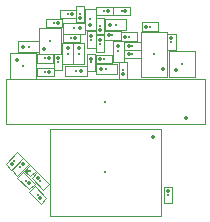
<source format=gbr>
%TF.GenerationSoftware,KiCad,Pcbnew,(6.0.0)*%
%TF.CreationDate,2022-12-06T16:55:36-05:00*%
%TF.ProjectId,headstage-64s,68656164-7374-4616-9765-2d3634732e6b,B*%
%TF.SameCoordinates,Original*%
%TF.FileFunction,Component,L6,Bot*%
%TF.FilePolarity,Positive*%
%FSLAX46Y46*%
G04 Gerber Fmt 4.6, Leading zero omitted, Abs format (unit mm)*
G04 Created by KiCad (PCBNEW (6.0.0)) date 2022-12-06 16:55:36*
%MOMM*%
%LPD*%
G01*
G04 APERTURE LIST*
%TA.AperFunction,ComponentMain*%
%ADD10C,0.300000*%
%TD*%
%TA.AperFunction,ComponentOutline,Courtyard*%
%ADD11C,0.100000*%
%TD*%
%TA.AperFunction,ComponentPin*%
%ADD12P,0.360000X4X0.000000*%
%TD*%
%TA.AperFunction,ComponentPin*%
%ADD13C,0.000000*%
%TD*%
G04 APERTURE END LIST*
D10*
%TO.C,"R14"*%
%TO.CFtp,"R_0201_0603Metric"*%
%TO.CVal,"4.7k"*%
%TO.CLbN,"Resistor_SMD"*%
%TO.CMnt,SMD*%
%TO.CRot,0*%
X127270000Y-55650000D03*
D11*
X127969999Y-55999999D02*
X126570001Y-55999999D01*
X126570001Y-55300001D01*
X127969999Y-55300001D01*
X127969999Y-55999999D01*
D12*
%TO.P,"R14","1"*%
X126950000Y-55650000D03*
D13*
%TO.P,"R14","2"*%
X127590000Y-55650000D03*
%TD*%
D10*
%TO.C,"R13"*%
%TO.CFtp,"R_0201_0603Metric"*%
%TO.CVal,"0"*%
%TO.CLbN,"Resistor_SMD"*%
%TO.CMnt,SMD*%
%TO.CRot,-90*%
X128800000Y-69900000D03*
D11*
X129149999Y-70599999D02*
X128450001Y-70599999D01*
X128450001Y-69200001D01*
X129149999Y-69200001D01*
X129149999Y-70599999D01*
D12*
%TO.P,"R13","1"*%
X128800000Y-69580000D03*
D13*
%TO.P,"R13","2"*%
X128800000Y-70220000D03*
%TD*%
D10*
%TO.C,"L6"*%
%TO.CFtp,"L_0201_0603Metric"*%
%TO.CVal,"BLM03AX102SN1D"*%
%TO.CLbN,"Inductor_SMD"*%
%TO.CMnt,SMD*%
%TO.CRot,45*%
X115800000Y-67050000D03*
D11*
X116542460Y-66802513D02*
X115552513Y-67792460D01*
X115057540Y-67297487D01*
X116047487Y-66307540D01*
X116542460Y-66802513D01*
D12*
%TO.P,"L6","1","1"*%
X115573726Y-67276274D03*
D13*
%TO.P,"L6","2","2"*%
X116026274Y-66823726D03*
%TD*%
D10*
%TO.C,"C43"*%
%TO.CFtp,"C_0201_0603Metric"*%
%TO.CVal,"0.1uF"*%
%TO.CLbN,"Capacitor_SMD"*%
%TO.CMnt,SMD*%
%TO.CRot,-90*%
X123030000Y-57090000D03*
D11*
X123379999Y-57789999D02*
X122680001Y-57789999D01*
X122680001Y-56390001D01*
X123379999Y-56390001D01*
X123379999Y-57789999D01*
D12*
%TO.P,"C43","1"*%
X123030000Y-56770000D03*
D13*
%TO.P,"C43","2"*%
X123030000Y-57410000D03*
%TD*%
D10*
%TO.C,"C28"*%
%TO.CFtp,"C_0201_0603Metric"*%
%TO.CVal,"1uF"*%
%TO.CLbN,"Capacitor_SMD"*%
%TO.CMnt,SMD*%
%TO.CRot,-135*%
X116300000Y-67550000D03*
D11*
X117042460Y-67302513D02*
X116052513Y-68292460D01*
X115557540Y-67797487D01*
X116547487Y-66807540D01*
X117042460Y-67302513D01*
D12*
%TO.P,"C28","1"*%
X116526274Y-67323726D03*
D13*
%TO.P,"C28","2"*%
X116073726Y-67776274D03*
%TD*%
D10*
%TO.C,"C52"*%
%TO.CFtp,"C_0402_1005Metric"*%
%TO.CVal,"1uF"*%
%TO.CLbN,"Capacitor_SMD"*%
%TO.CMnt,SMD*%
%TO.CRot,90*%
X122225000Y-55050000D03*
D11*
X122684999Y-55959999D02*
X121765001Y-55959999D01*
X121765001Y-54140001D01*
X122684999Y-54140001D01*
X122684999Y-55959999D01*
D12*
%TO.P,"C52","1"*%
X122225000Y-55530000D03*
D13*
%TO.P,"C52","2"*%
X122225000Y-54570000D03*
%TD*%
D10*
%TO.C,"C54"*%
%TO.CFtp,"C_0402_1005Metric"*%
%TO.CVal,"2.2uF"*%
%TO.CLbN,"Capacitor_SMD"*%
%TO.CMnt,SMD*%
%TO.CRot,180*%
X121000000Y-59410000D03*
D11*
X121909999Y-59869999D02*
X120090001Y-59869999D01*
X120090001Y-58950001D01*
X121909999Y-58950001D01*
X121909999Y-59869999D01*
D12*
%TO.P,"C54","1"*%
X121480000Y-59410000D03*
D13*
%TO.P,"C54","2"*%
X120520000Y-59410000D03*
%TD*%
D10*
%TO.C,"U2"*%
%TO.CFtp,"TRIAD_BGA-9_3x3_1.7x1.7mm"*%
%TO.CVal,"TS4231"*%
%TO.CLbN,"jonnew"*%
%TO.CMnt,SMD*%
%TO.CRot,-90*%
X116500000Y-59000000D03*
D11*
X117599999Y-60099999D02*
X115400001Y-60099999D01*
X115400001Y-57900001D01*
X117599999Y-57900001D01*
X117599999Y-60099999D01*
D12*
%TO.P,"U2","A1","AVDD"*%
X116000000Y-58500000D03*
D13*
%TO.P,"U2","A2","IIN+"*%
X116000000Y-59000000D03*
%TO.P,"U2","A3","IIN-"*%
X116000000Y-59500000D03*
%TO.P,"U2","B1","RBIAS"*%
X116500000Y-58500000D03*
%TO.P,"U2","B2","AVSS"*%
X116500000Y-59000000D03*
%TO.P,"U2","B3","AVSS"*%
X116500000Y-59500000D03*
%TO.P,"U2","C1","D/CFGDATA"*%
X117000000Y-58500000D03*
%TO.P,"U2","C2","E/CFGCLK"*%
X117000000Y-59000000D03*
%TO.P,"U2","C3","DVDD"*%
X117000000Y-59500000D03*
%TD*%
D10*
%TO.C,"U11"*%
%TO.CFtp,"WINBOND_USON8-2x3x0.6"*%
%TO.CVal,"W25Q80EWUXIE"*%
%TO.CLbN,"jonnew"*%
%TO.CMnt,SMD*%
%TO.CRot,90*%
X127650000Y-58000000D03*
D11*
X128749999Y-59899999D02*
X126550001Y-59899999D01*
X126550001Y-56100001D01*
X128749999Y-56100001D01*
X128749999Y-59899999D01*
D12*
%TO.P,"U11","1","~{CS}"*%
X128400000Y-59250000D03*
D13*
%TO.P,"U11","2","DO/IO_{1}"*%
X127900000Y-59250000D03*
%TO.P,"U11","3","~{WP}/IO_{2}"*%
X127400000Y-59250000D03*
%TO.P,"U11","4","GND"*%
X126900000Y-59250000D03*
%TO.P,"U11","5","DI/IO_{0}"*%
X126900000Y-56750000D03*
%TO.P,"U11","6","CLK"*%
X127400000Y-56750000D03*
%TO.P,"U11","7","~{HOLD}/IO_{3}"*%
X127900000Y-56750000D03*
%TO.P,"U11","8","VCC"*%
X128400000Y-56750000D03*
%TO.P,"U11","9","GND"*%
X127650000Y-58000000D03*
%TD*%
D10*
%TO.C,"R2"*%
%TO.CFtp,"R_0201_0603Metric"*%
%TO.CVal,"1.2k"*%
%TO.CLbN,"Resistor_SMD"*%
%TO.CMnt,SMD*%
%TO.CRot,180*%
X123425000Y-54350000D03*
D11*
X124124999Y-54699999D02*
X122725001Y-54699999D01*
X122725001Y-54000001D01*
X124124999Y-54000001D01*
X124124999Y-54699999D01*
D12*
%TO.P,"R2","1"*%
X123745000Y-54350000D03*
D13*
%TO.P,"R2","2"*%
X123105000Y-54350000D03*
%TD*%
D10*
%TO.C,"C55"*%
%TO.CFtp,"C_0402_1005Metric"*%
%TO.CVal,"2.2uF"*%
%TO.CLbN,"Capacitor_SMD"*%
%TO.CMnt,SMD*%
%TO.CRot,0*%
X124380000Y-55500000D03*
D11*
X125289999Y-55959999D02*
X123470001Y-55959999D01*
X123470001Y-55040001D01*
X125289999Y-55040001D01*
X125289999Y-55959999D01*
D12*
%TO.P,"C55","1"*%
X123900000Y-55500000D03*
D13*
%TO.P,"C55","2"*%
X124860000Y-55500000D03*
%TD*%
D10*
%TO.C,"L10"*%
%TO.CFtp,"L_0201_0603Metric"*%
%TO.CVal,"BLM03PX121SN1D"*%
%TO.CLbN,"Inductor_SMD"*%
%TO.CMnt,SMD*%
%TO.CRot,-90*%
X119500000Y-58650000D03*
D11*
X119849999Y-59349999D02*
X119150001Y-59349999D01*
X119150001Y-57950001D01*
X119849999Y-57950001D01*
X119849999Y-59349999D01*
D12*
%TO.P,"L10","1","1"*%
X119500000Y-58330000D03*
D13*
%TO.P,"L10","2","2"*%
X119500000Y-58970000D03*
%TD*%
D10*
%TO.C,"L13"*%
%TO.CFtp,"L_0201_0603Metric"*%
%TO.CVal,"BLM03PX121SN1D"*%
%TO.CLbN,"Inductor_SMD"*%
%TO.CMnt,SMD*%
%TO.CRot,180*%
X118425000Y-59500000D03*
D11*
X119124999Y-59849999D02*
X117725001Y-59849999D01*
X117725001Y-59150001D01*
X119124999Y-59150001D01*
X119124999Y-59849999D01*
D12*
%TO.P,"L13","1","1"*%
X118745000Y-59500000D03*
D13*
%TO.P,"L13","2","2"*%
X118105000Y-59500000D03*
%TD*%
D10*
%TO.C,"R22"*%
%TO.CFtp,"R_0201_0603Metric"*%
%TO.CVal,"4.7k"*%
%TO.CLbN,"Resistor_SMD"*%
%TO.CMnt,SMD*%
%TO.CRot,0*%
X125800000Y-58000000D03*
D11*
X126499999Y-58349999D02*
X125100001Y-58349999D01*
X125100001Y-57650001D01*
X126499999Y-57650001D01*
X126499999Y-58349999D01*
D12*
%TO.P,"R22","1"*%
X125480000Y-58000000D03*
D13*
%TO.P,"R22","2"*%
X126120000Y-58000000D03*
%TD*%
D10*
%TO.C,"C45"*%
%TO.CFtp,"C_0201_0603Metric"*%
%TO.CVal,"0.1uF"*%
%TO.CLbN,"Capacitor_SMD"*%
%TO.CMnt,SMD*%
%TO.CRot,0*%
X123400000Y-58400000D03*
D11*
X124099999Y-58749999D02*
X122700001Y-58749999D01*
X122700001Y-58050001D01*
X124099999Y-58050001D01*
X124099999Y-58749999D01*
D12*
%TO.P,"C45","1"*%
X123080000Y-58400000D03*
D13*
%TO.P,"C45","2"*%
X123720000Y-58400000D03*
%TD*%
D10*
%TO.C,"L16"*%
%TO.CFtp,"L_0201_0603Metric"*%
%TO.CVal,"BLM03PX121SN1D"*%
%TO.CLbN,"Inductor_SMD"*%
%TO.CMnt,SMD*%
%TO.CRot,180*%
X119150000Y-55350000D03*
D11*
X119849999Y-55699999D02*
X118450001Y-55699999D01*
X118450001Y-55000001D01*
X119849999Y-55000001D01*
X119849999Y-55699999D01*
D12*
%TO.P,"L16","1","1"*%
X119470000Y-55350000D03*
D13*
%TO.P,"L16","2","2"*%
X118830000Y-55350000D03*
%TD*%
D10*
%TO.C,"C23"*%
%TO.CFtp,"C_0402_1005Metric"*%
%TO.CVal,"1uF"*%
%TO.CLbN,"Capacitor_SMD"*%
%TO.CMnt,SMD*%
%TO.CRot,0*%
X117000000Y-57350000D03*
D11*
X117909999Y-57809999D02*
X116090001Y-57809999D01*
X116090001Y-56890001D01*
X117909999Y-56890001D01*
X117909999Y-57809999D01*
D12*
%TO.P,"C23","1"*%
X116520000Y-57350000D03*
D13*
%TO.P,"C23","2"*%
X117480000Y-57350000D03*
%TD*%
D10*
%TO.C,"C57"*%
%TO.CFtp,"C_0402_1005Metric"*%
%TO.CVal,"2.2uF"*%
%TO.CLbN,"Capacitor_SMD"*%
%TO.CMnt,SMD*%
%TO.CRot,-90*%
X120300000Y-57950000D03*
D11*
X120759999Y-58859999D02*
X119840001Y-58859999D01*
X119840001Y-57040001D01*
X120759999Y-57040001D01*
X120759999Y-58859999D01*
D12*
%TO.P,"C57","1"*%
X120300000Y-57470000D03*
D13*
%TO.P,"C57","2"*%
X120300000Y-58430000D03*
%TD*%
D10*
%TO.C,"C49"*%
%TO.CFtp,"C_0201_0603Metric"*%
%TO.CVal,"0.1uF"*%
%TO.CLbN,"Capacitor_SMD"*%
%TO.CMnt,SMD*%
%TO.CRot,180*%
X120625000Y-56600000D03*
D11*
X121324999Y-56949999D02*
X119925001Y-56949999D01*
X119925001Y-56250001D01*
X121324999Y-56250001D01*
X121324999Y-56949999D01*
D12*
%TO.P,"C49","1"*%
X120945000Y-56600000D03*
D13*
%TO.P,"C49","2"*%
X120305000Y-56600000D03*
%TD*%
D10*
%TO.C,"C47"*%
%TO.CFtp,"C_0201_0603Metric"*%
%TO.CVal,"0.1uF"*%
%TO.CLbN,"Capacitor_SMD"*%
%TO.CMnt,SMD*%
%TO.CRot,0*%
X124100000Y-56400000D03*
D11*
X124799999Y-56749999D02*
X123400001Y-56749999D01*
X123400001Y-56050001D01*
X124799999Y-56050001D01*
X124799999Y-56749999D01*
D12*
%TO.P,"C47","1"*%
X123780000Y-56400000D03*
D13*
%TO.P,"C47","2"*%
X124420000Y-56400000D03*
%TD*%
D10*
%TO.C,"C51"*%
%TO.CFtp,"C_0402_1005Metric"*%
%TO.CVal,"1uF"*%
%TO.CLbN,"Capacitor_SMD"*%
%TO.CMnt,SMD*%
%TO.CRot,-90*%
X121250000Y-57950000D03*
D11*
X121709999Y-58859999D02*
X120790001Y-58859999D01*
X120790001Y-57040001D01*
X121709999Y-57040001D01*
X121709999Y-58859999D01*
D12*
%TO.P,"C51","1"*%
X121250000Y-57470000D03*
D13*
%TO.P,"C51","2"*%
X121250000Y-58430000D03*
%TD*%
D10*
%TO.C,"C56"*%
%TO.CFtp,"C_0402_1005Metric"*%
%TO.CVal,"2.2uF"*%
%TO.CLbN,"Capacitor_SMD"*%
%TO.CMnt,SMD*%
%TO.CRot,180*%
X120850000Y-55800000D03*
D11*
X121759999Y-56259999D02*
X119940001Y-56259999D01*
X119940001Y-55340001D01*
X121759999Y-55340001D01*
X121759999Y-56259999D01*
D12*
%TO.P,"C56","1"*%
X121330000Y-55800000D03*
D13*
%TO.P,"C56","2"*%
X120370000Y-55800000D03*
%TD*%
D10*
%TO.C,"C44"*%
%TO.CFtp,"C_0201_0603Metric"*%
%TO.CVal,"0.1uF"*%
%TO.CLbN,"Capacitor_SMD"*%
%TO.CMnt,SMD*%
%TO.CRot,90*%
X123050000Y-55600000D03*
D11*
X123399999Y-56299999D02*
X122700001Y-56299999D01*
X122700001Y-54900001D01*
X123399999Y-54900001D01*
X123399999Y-56299999D01*
D12*
%TO.P,"C44","1"*%
X123050000Y-55920000D03*
D13*
%TO.P,"C44","2"*%
X123050000Y-55280000D03*
%TD*%
D10*
%TO.C,"C48"*%
%TO.CFtp,"C_0201_0603Metric"*%
%TO.CVal,"0.1uF"*%
%TO.CLbN,"Capacitor_SMD"*%
%TO.CMnt,SMD*%
%TO.CRot,-90*%
X122330000Y-56750000D03*
D11*
X122679999Y-57449999D02*
X121980001Y-57449999D01*
X121980001Y-56050001D01*
X122679999Y-56050001D01*
X122679999Y-57449999D01*
D12*
%TO.P,"C48","1"*%
X122330000Y-56430000D03*
D13*
%TO.P,"C48","2"*%
X122330000Y-57070000D03*
%TD*%
D10*
%TO.C,"U1"*%
%TO.CFtp,"INTAN_BGA-100_17x13_9.0x7.0mm"*%
%TO.CVal,"RHD2164"*%
%TO.CLbN,"jonnew"*%
%TO.CMnt,SMD*%
%TO.CRot,180*%
X123500000Y-68000000D03*
D11*
X128199999Y-71699999D02*
X118800001Y-71699999D01*
X118800001Y-64300001D01*
X128199999Y-64300001D01*
X128199999Y-71699999D01*
D12*
%TO.P,"U1","A1","Elec16"*%
X127500000Y-65000000D03*
D13*
%TO.P,"U1","A2","Elec18"*%
X127000000Y-65000000D03*
%TO.P,"U1","A3","Elec20"*%
X126500000Y-65000000D03*
%TO.P,"U1","A4","Elec22"*%
X126000000Y-65000000D03*
%TO.P,"U1","A5","Elec24"*%
X125500000Y-65000000D03*
%TO.P,"U1","A6","Elec26"*%
X125000000Y-65000000D03*
%TO.P,"U1","A7","Elec28"*%
X124500000Y-65000000D03*
%TO.P,"U1","A8","Elec30"*%
X124000000Y-65000000D03*
%TO.P,"U1","A9","Elec32"*%
X123500000Y-65000000D03*
%TO.P,"U1","A10","Elec33"*%
X123000000Y-65000000D03*
%TO.P,"U1","A11","Elec35"*%
X122500000Y-65000000D03*
%TO.P,"U1","A12","Elec37"*%
X122000000Y-65000000D03*
%TO.P,"U1","A13","Elec39"*%
X121500000Y-65000000D03*
%TO.P,"U1","A14","Elec41"*%
X121000000Y-65000000D03*
%TO.P,"U1","A15","Elec43"*%
X120500000Y-65000000D03*
%TO.P,"U1","A16","Elec45"*%
X120000000Y-65000000D03*
%TO.P,"U1","A17","Elec47"*%
X119500000Y-65000000D03*
%TO.P,"U1","B1","Elec15"*%
X127500000Y-65500000D03*
%TO.P,"U1","B2","Elec17"*%
X127000000Y-65500000D03*
%TO.P,"U1","B3","Elec19"*%
X126500000Y-65500000D03*
%TO.P,"U1","B4","Elec21"*%
X126000000Y-65500000D03*
%TO.P,"U1","B5","Elec23"*%
X125500000Y-65500000D03*
%TO.P,"U1","B6","Elec25"*%
X125000000Y-65500000D03*
%TO.P,"U1","B7","Elec27"*%
X124500000Y-65500000D03*
%TO.P,"U1","B8","Elec29"*%
X124000000Y-65500000D03*
%TO.P,"U1","B9","Elec31"*%
X123500000Y-65500000D03*
%TO.P,"U1","B10","Elec34"*%
X123000000Y-65500000D03*
%TO.P,"U1","B11","Elec36"*%
X122500000Y-65500000D03*
%TO.P,"U1","B12","Elec38"*%
X122000000Y-65500000D03*
%TO.P,"U1","B13","Elec40"*%
X121500000Y-65500000D03*
%TO.P,"U1","B14","Elec42"*%
X121000000Y-65500000D03*
%TO.P,"U1","B15","Elec44"*%
X120500000Y-65500000D03*
%TO.P,"U1","B16","Elec46"*%
X120000000Y-65500000D03*
%TO.P,"U1","B17","Elec48"*%
X119500000Y-65500000D03*
%TO.P,"U1","C1","Elec13"*%
X127500000Y-66000000D03*
%TO.P,"U1","C2","Elec14"*%
X127000000Y-66000000D03*
%TO.P,"U1","C16","Elec49"*%
X120000000Y-66000000D03*
%TO.P,"U1","C17","Elec50"*%
X119500000Y-66000000D03*
%TO.P,"U1","D1","Elec11"*%
X127500000Y-66500000D03*
%TO.P,"U1","D2","Elec12"*%
X127000000Y-66500000D03*
%TO.P,"U1","D16","Elec51"*%
X120000000Y-66500000D03*
%TO.P,"U1","D17","Elec52"*%
X119500000Y-66500000D03*
%TO.P,"U1","E1","Elec9"*%
X127500000Y-67000000D03*
%TO.P,"U1","E2","Elec10"*%
X127000000Y-67000000D03*
%TO.P,"U1","E16","Elec53"*%
X120000000Y-67000000D03*
%TO.P,"U1","E17","Elec54"*%
X119500000Y-67000000D03*
%TO.P,"U1","F1","Elec7"*%
X127500000Y-67500000D03*
%TO.P,"U1","F2","Elec8"*%
X127000000Y-67500000D03*
%TO.P,"U1","F16","Elec55"*%
X120000000Y-67500000D03*
%TO.P,"U1","F17","Elec56"*%
X119500000Y-67500000D03*
%TO.P,"U1","G1","Elec5"*%
X127500000Y-68000000D03*
%TO.P,"U1","G2","Elec6"*%
X127000000Y-68000000D03*
%TO.P,"U1","G16","Elec57"*%
X120000000Y-68000000D03*
%TO.P,"U1","G17","Elec58"*%
X119500000Y-68000000D03*
%TO.P,"U1","H1","Elec3"*%
X127500000Y-68500000D03*
%TO.P,"U1","H2","Elec4"*%
X127000000Y-68500000D03*
%TO.P,"U1","H16","Elec59"*%
X120000000Y-68500000D03*
%TO.P,"U1","H17","Elec60"*%
X119500000Y-68500000D03*
%TO.P,"U1","J1","Elec1"*%
X127500000Y-69000000D03*
%TO.P,"U1","J2","Elec2"*%
X127000000Y-69000000D03*
%TO.P,"U1","J16","Elec61"*%
X120000000Y-69000000D03*
%TO.P,"U1","J17","Elec62"*%
X119500000Y-69000000D03*
%TO.P,"U1","K1"*%
X127500000Y-69500000D03*
%TO.P,"U1","K2","Elec0"*%
X127000000Y-69500000D03*
%TO.P,"U1","K16","Elec63"*%
X120000000Y-69500000D03*
%TO.P,"U1","K17"*%
X119500000Y-69500000D03*
%TO.P,"U1","L1"*%
X127500000Y-70000000D03*
%TO.P,"U1","L2"*%
X127000000Y-70000000D03*
%TO.P,"U1","L16"*%
X120000000Y-70000000D03*
%TO.P,"U1","L17","ElecTest"*%
X119500000Y-70000000D03*
%TO.P,"U1","M1","ElecRef"*%
X127500000Y-70500000D03*
%TO.P,"U1","M2","VESD"*%
X127000000Y-70500000D03*
%TO.P,"U1","M3"*%
X126500000Y-70500000D03*
%TO.P,"U1","M4"*%
X126000000Y-70500000D03*
%TO.P,"U1","M5"*%
X125500000Y-70500000D03*
%TO.P,"U1","M6"*%
X125000000Y-70500000D03*
%TO.P,"U1","M7"*%
X124500000Y-70500000D03*
%TO.P,"U1","M8"*%
X124000000Y-70500000D03*
%TO.P,"U1","M9"*%
X123500000Y-70500000D03*
%TO.P,"U1","M10"*%
X123000000Y-70500000D03*
%TO.P,"U1","M11"*%
X122500000Y-70500000D03*
%TO.P,"U1","M12"*%
X122000000Y-70500000D03*
%TO.P,"U1","M13"*%
X121500000Y-70500000D03*
%TO.P,"U1","M14"*%
X121000000Y-70500000D03*
%TO.P,"U1","M15","VDD"*%
X120500000Y-70500000D03*
%TO.P,"U1","M16","LVDSEn"*%
X120000000Y-70500000D03*
%TO.P,"U1","M17","GND"*%
X119500000Y-70500000D03*
%TO.P,"U1","N1","GND"*%
X127500000Y-71000000D03*
%TO.P,"U1","N2","VDD"*%
X127000000Y-71000000D03*
%TO.P,"U1","N3","AUXIN1"*%
X126500000Y-71000000D03*
%TO.P,"U1","N4","AUXIN2"*%
X126000000Y-71000000D03*
%TO.P,"U1","N5","AUXIN3"*%
X125500000Y-71000000D03*
%TO.P,"U1","N6","GND"*%
X125000000Y-71000000D03*
%TO.P,"U1","N7","~{CS-}"*%
X124500000Y-71000000D03*
%TO.P,"U1","N8","~{CS+}"*%
X124000000Y-71000000D03*
%TO.P,"U1","N9","SCLK-"*%
X123500000Y-71000000D03*
%TO.P,"U1","N10","SCLK+"*%
X123000000Y-71000000D03*
%TO.P,"U1","N11","MOSI-"*%
X122500000Y-71000000D03*
%TO.P,"U1","N12","MOSI+"*%
X122000000Y-71000000D03*
%TO.P,"U1","N13","MISO-"*%
X121500000Y-71000000D03*
%TO.P,"U1","N14","MISO+"*%
X121000000Y-71000000D03*
%TO.P,"U1","N15","VDD"*%
X120500000Y-71000000D03*
%TO.P,"U1","N16","AUXOUT"*%
X120000000Y-71000000D03*
%TO.P,"U1","N17","ADCRef"*%
X119500000Y-71000000D03*
%TD*%
D10*
%TO.C,"R1"*%
%TO.CFtp,"R_0201_0603Metric"*%
%TO.CVal,"1.2k"*%
%TO.CLbN,"Resistor_SMD"*%
%TO.CMnt,SMD*%
%TO.CRot,180*%
X124875000Y-54350000D03*
D11*
X125574999Y-54699999D02*
X124175001Y-54699999D01*
X124175001Y-54000001D01*
X125574999Y-54000001D01*
X125574999Y-54699999D01*
D12*
%TO.P,"R1","1"*%
X125195000Y-54350000D03*
D13*
%TO.P,"R1","2"*%
X124555000Y-54350000D03*
%TD*%
D10*
%TO.C,"L12"*%
%TO.CFtp,"L_0201_0603Metric"*%
%TO.CVal,"BLM03PX121SN1D"*%
%TO.CLbN,"Inductor_SMD"*%
%TO.CMnt,SMD*%
%TO.CRot,90*%
X125000000Y-59350000D03*
D11*
X125349999Y-60049999D02*
X124650001Y-60049999D01*
X124650001Y-58650001D01*
X125349999Y-58650001D01*
X125349999Y-60049999D01*
D12*
%TO.P,"L12","1","1"*%
X125000000Y-59670000D03*
D13*
%TO.P,"L12","2","2"*%
X125000000Y-59030000D03*
%TD*%
D10*
%TO.C,"C42"*%
%TO.CFtp,"C_0201_0603Metric"*%
%TO.CVal,"0.1uF"*%
%TO.CLbN,"Capacitor_SMD"*%
%TO.CMnt,SMD*%
%TO.CRot,-90*%
X129100000Y-56950000D03*
D11*
X129449999Y-57649999D02*
X128750001Y-57649999D01*
X128750001Y-56250001D01*
X129449999Y-56250001D01*
X129449999Y-57649999D01*
D12*
%TO.P,"C42","1"*%
X129100000Y-56630000D03*
D13*
%TO.P,"C42","2"*%
X129100000Y-57270000D03*
%TD*%
D10*
%TO.C,"C58"*%
%TO.CFtp,"C_0201_0603Metric"*%
%TO.CVal,"10nF"*%
%TO.CLbN,"Capacitor_SMD"*%
%TO.CMnt,SMD*%
%TO.CRot,180*%
X118375000Y-58350000D03*
D11*
X119074999Y-58699999D02*
X117675001Y-58699999D01*
X117675001Y-58000001D01*
X119074999Y-58000001D01*
X119074999Y-58699999D01*
D12*
%TO.P,"C58","1"*%
X118695000Y-58350000D03*
D13*
%TO.P,"C58","2"*%
X118055000Y-58350000D03*
%TD*%
D10*
%TO.C,"L11"*%
%TO.CFtp,"L_0201_0603Metric"*%
%TO.CVal,"BLM03PX121SN1D"*%
%TO.CLbN,"Inductor_SMD"*%
%TO.CMnt,SMD*%
%TO.CRot,90*%
X121375000Y-54575000D03*
D11*
X121724999Y-55274999D02*
X121025001Y-55274999D01*
X121025001Y-53875001D01*
X121724999Y-53875001D01*
X121724999Y-55274999D01*
D12*
%TO.P,"L11","1","1"*%
X121375000Y-54895000D03*
D13*
%TO.P,"L11","2","2"*%
X121375000Y-54255000D03*
%TD*%
D10*
%TO.C,"C30"*%
%TO.CFtp,"C_0201_0603Metric"*%
%TO.CVal,"1uF"*%
%TO.CLbN,"Capacitor_SMD"*%
%TO.CMnt,SMD*%
%TO.CRot,135*%
X116800000Y-68700000D03*
D11*
X117542460Y-68947487D02*
X117047487Y-69442460D01*
X116057540Y-68452513D01*
X116552513Y-67957540D01*
X117542460Y-68947487D01*
D12*
%TO.P,"C30","1"*%
X117026274Y-68926274D03*
D13*
%TO.P,"C30","2"*%
X116573726Y-68473726D03*
%TD*%
D10*
%TO.C,"L15"*%
%TO.CFtp,"L_0201_0603Metric"*%
%TO.CVal,"BLM03PX121SN1D"*%
%TO.CLbN,"Inductor_SMD"*%
%TO.CMnt,SMD*%
%TO.CRot,180*%
X120330000Y-54610000D03*
D11*
X121029999Y-54959999D02*
X119630001Y-54959999D01*
X119630001Y-54260001D01*
X121029999Y-54260001D01*
X121029999Y-54959999D01*
D12*
%TO.P,"L15","1","1"*%
X120650000Y-54610000D03*
D13*
%TO.P,"L15","2","2"*%
X120010000Y-54610000D03*
%TD*%
D10*
%TO.C,"C19"*%
%TO.CFtp,"C_0201_0603Metric"*%
%TO.CVal,"0.1uF"*%
%TO.CLbN,"Capacitor_SMD"*%
%TO.CMnt,SMD*%
%TO.CRot,-45*%
X118000000Y-68725000D03*
D11*
X118742460Y-68972487D02*
X118247487Y-69467460D01*
X117257540Y-68477513D01*
X117752513Y-67982540D01*
X118742460Y-68972487D01*
D12*
%TO.P,"C19","1"*%
X117773726Y-68498726D03*
D13*
%TO.P,"C19","2"*%
X118226274Y-68951274D03*
%TD*%
D10*
%TO.C,"U6"*%
%TO.CFtp,"TRIAD_BGA-9_3x3_1.7x1.7mm"*%
%TO.CVal,"TS4231"*%
%TO.CLbN,"jonnew"*%
%TO.CMnt,SMD*%
%TO.CRot,0*%
X130000000Y-58850000D03*
D11*
X131099999Y-59949999D02*
X128900001Y-59949999D01*
X128900001Y-57750001D01*
X131099999Y-57750001D01*
X131099999Y-59949999D01*
D12*
%TO.P,"U6","A1","AVDD"*%
X129500000Y-59350000D03*
D13*
%TO.P,"U6","A2","IIN+"*%
X130000000Y-59350000D03*
%TO.P,"U6","A3","IIN-"*%
X130500000Y-59350000D03*
%TO.P,"U6","B1","RBIAS"*%
X129500000Y-58850000D03*
%TO.P,"U6","B2","AVSS"*%
X130000000Y-58850000D03*
%TO.P,"U6","B3","AVSS"*%
X130500000Y-58850000D03*
%TO.P,"U6","C1","D/CFGDATA"*%
X129500000Y-58350000D03*
%TO.P,"U6","C2","E/CFGCLK"*%
X130000000Y-58350000D03*
%TO.P,"U6","C3","DVDD"*%
X130500000Y-58350000D03*
%TD*%
D10*
%TO.C,"C53"*%
%TO.CFtp,"C_0402_1005Metric"*%
%TO.CVal,"2.2uF"*%
%TO.CLbN,"Capacitor_SMD"*%
%TO.CMnt,SMD*%
%TO.CRot,0*%
X123600000Y-59250000D03*
D11*
X124509999Y-59709999D02*
X122690001Y-59709999D01*
X122690001Y-58790001D01*
X124509999Y-58790001D01*
X124509999Y-59709999D01*
D12*
%TO.P,"C53","1"*%
X123120000Y-59250000D03*
D13*
%TO.P,"C53","2"*%
X124080000Y-59250000D03*
%TD*%
D10*
%TO.C,"C50"*%
%TO.CFtp,"C_0402_1005Metric"*%
%TO.CVal,"10uF"*%
%TO.CLbN,"Capacitor_SMD"*%
%TO.CMnt,SMD*%
%TO.CRot,-90*%
X124590000Y-57760000D03*
D11*
X125049999Y-58669999D02*
X124130001Y-58669999D01*
X124130001Y-56850001D01*
X125049999Y-56850001D01*
X125049999Y-58669999D01*
D12*
%TO.P,"C50","1"*%
X124590000Y-57280000D03*
D13*
%TO.P,"C50","2"*%
X124590000Y-58240000D03*
%TD*%
D10*
%TO.C,"U13"*%
%TO.CFtp,"ONSEMI_567JZ_WLCSP4-0.64x0.64"*%
%TO.CVal,"NCP163AFCT330T2G"*%
%TO.CLbN,"jonnew"*%
%TO.CMnt,SMD*%
%TO.CRot,-45*%
X117100000Y-67850000D03*
D11*
X117594973Y-67850000D02*
X117100000Y-68344973D01*
X116605027Y-67850000D01*
X117100000Y-67355027D01*
X117594973Y-67850000D01*
D12*
%TO.P,"U13","A1","VIN"*%
X116852513Y-67850000D03*
D13*
%TO.P,"U13","A2","VOUT"*%
X117100000Y-68097487D03*
%TO.P,"U13","B1","EN"*%
X117100000Y-67602513D03*
%TO.P,"U13","B2","GND"*%
X117347487Y-67850000D03*
%TD*%
D10*
%TO.C,"J2"*%
%TO.CFtp,"HIROSE_DF40C70DP04V51"*%
%TO.CVal,"DF40C-70DP-0.4V(51)"*%
%TO.CLbN,"jonnew"*%
%TO.CMnt,SMD*%
%TO.CRot,180*%
X123500000Y-62000000D03*
D11*
X131899999Y-63899999D02*
X115100001Y-63899999D01*
X115100001Y-60100001D01*
X131899999Y-60100001D01*
X131899999Y-63899999D01*
D12*
%TO.P,"J2","1","Pin_1"*%
X130300000Y-63355000D03*
D13*
%TO.P,"J2","2","Pin_2"*%
X130300000Y-60645000D03*
%TO.P,"J2","3","Pin_3"*%
X129900000Y-63355000D03*
%TO.P,"J2","4","Pin_4"*%
X129900000Y-60645000D03*
%TO.P,"J2","5","Pin_5"*%
X129500000Y-63355000D03*
%TO.P,"J2","6","Pin_6"*%
X129500000Y-60645000D03*
%TO.P,"J2","7","Pin_7"*%
X129100000Y-63355000D03*
%TO.P,"J2","8","Pin_8"*%
X129100000Y-60645000D03*
%TO.P,"J2","9","Pin_9"*%
X128700000Y-63355000D03*
%TO.P,"J2","10","Pin_10"*%
X128700000Y-60645000D03*
%TO.P,"J2","11","Pin_11"*%
X128300000Y-63355000D03*
%TO.P,"J2","12","Pin_12"*%
X128300000Y-60645000D03*
%TO.P,"J2","13","Pin_13"*%
X127900000Y-63355000D03*
%TO.P,"J2","14","Pin_14"*%
X127900000Y-60645000D03*
%TO.P,"J2","15","Pin_15"*%
X127500000Y-63355000D03*
%TO.P,"J2","16","Pin_16"*%
X127500000Y-60645000D03*
%TO.P,"J2","17","Pin_17"*%
X127100000Y-63355000D03*
%TO.P,"J2","18","Pin_18"*%
X127100000Y-60645000D03*
%TO.P,"J2","19","Pin_19"*%
X126700000Y-63355000D03*
%TO.P,"J2","20","Pin_20"*%
X126700000Y-60645000D03*
%TO.P,"J2","21","Pin_21"*%
X126300000Y-63355000D03*
%TO.P,"J2","22","Pin_22"*%
X126300000Y-60645000D03*
%TO.P,"J2","23","Pin_23"*%
X125900000Y-63355000D03*
%TO.P,"J2","24","Pin_24"*%
X125900000Y-60645000D03*
%TO.P,"J2","25","Pin_25"*%
X125500000Y-63355000D03*
%TO.P,"J2","26","Pin_26"*%
X125500000Y-60645000D03*
%TO.P,"J2","27","Pin_27"*%
X125100000Y-63355000D03*
%TO.P,"J2","28","Pin_28"*%
X125100000Y-60645000D03*
%TO.P,"J2","29","Pin_29"*%
X124700000Y-63355000D03*
%TO.P,"J2","30","Pin_30"*%
X124700000Y-60645000D03*
%TO.P,"J2","31","Pin_31"*%
X124300000Y-63355000D03*
%TO.P,"J2","32","Pin_32"*%
X124300000Y-60645000D03*
%TO.P,"J2","33","Pin_33"*%
X123900000Y-63355000D03*
%TO.P,"J2","34","Pin_34"*%
X123900000Y-60645000D03*
%TO.P,"J2","35","Pin_35"*%
X123500000Y-63355000D03*
%TO.P,"J2","36","Pin_36"*%
X123500000Y-60645000D03*
%TO.P,"J2","37","Pin_37"*%
X123100000Y-63355000D03*
%TO.P,"J2","38","Pin_38"*%
X123100000Y-60645000D03*
%TO.P,"J2","39","Pin_39"*%
X122700000Y-63355000D03*
%TO.P,"J2","40","Pin_40"*%
X122700000Y-60645000D03*
%TO.P,"J2","41","Pin_41"*%
X122300000Y-63355000D03*
%TO.P,"J2","42","Pin_42"*%
X122300000Y-60645000D03*
%TO.P,"J2","43","Pin_43"*%
X121900000Y-63355000D03*
%TO.P,"J2","44","Pin_44"*%
X121900000Y-60645000D03*
%TO.P,"J2","45","Pin_45"*%
X121500000Y-63355000D03*
%TO.P,"J2","46","Pin_46"*%
X121500000Y-60645000D03*
%TO.P,"J2","47","Pin_47"*%
X121100000Y-63355000D03*
%TO.P,"J2","48","Pin_48"*%
X121100000Y-60645000D03*
%TO.P,"J2","49","Pin_49"*%
X120700000Y-63355000D03*
%TO.P,"J2","50","Pin_50"*%
X120700000Y-60645000D03*
%TO.P,"J2","51","Pin_51"*%
X120300000Y-63355000D03*
%TO.P,"J2","52","Pin_52"*%
X120300000Y-60645000D03*
%TO.P,"J2","53","Pin_53"*%
X119900000Y-63355000D03*
%TO.P,"J2","54","Pin_54"*%
X119900000Y-60645000D03*
%TO.P,"J2","55","Pin_55"*%
X119500000Y-63355000D03*
%TO.P,"J2","56","Pin_56"*%
X119500000Y-60645000D03*
%TO.P,"J2","57","Pin_57"*%
X119100000Y-63355000D03*
%TO.P,"J2","58","Pin_58"*%
X119100000Y-60645000D03*
%TO.P,"J2","59","Pin_59"*%
X118700000Y-63355000D03*
%TO.P,"J2","60","Pin_60"*%
X118700000Y-60645000D03*
%TO.P,"J2","61","Pin_61"*%
X118300000Y-63355000D03*
%TO.P,"J2","62","Pin_62"*%
X118300000Y-60645000D03*
%TO.P,"J2","63","Pin_63"*%
X117900000Y-63355000D03*
%TO.P,"J2","64","Pin_64"*%
X117900000Y-60645000D03*
%TO.P,"J2","65","Pin_65"*%
X117500000Y-63355000D03*
%TO.P,"J2","66","Pin_66"*%
X117500000Y-60645000D03*
%TO.P,"J2","67","Pin_67"*%
X117100000Y-63355000D03*
%TO.P,"J2","68","Pin_68"*%
X117100000Y-60645000D03*
%TO.P,"J2","69","Pin_69"*%
X116700000Y-63355000D03*
%TO.P,"J2","70","Pin_70"*%
X116700000Y-60645000D03*
%TO.P,"J2","MP1","MountPin1"*%
X130775000Y-63355000D03*
%TO.P,"J2","MP2","MountPin2"*%
X130775000Y-60645000D03*
%TO.P,"J2","MP3","MountPin3"*%
X116225000Y-63355000D03*
%TO.P,"J2","MP4","MountPin4"*%
X116225000Y-60645000D03*
%TD*%
D10*
%TO.C,"C22"*%
%TO.CFtp,"C_0201_0603Metric"*%
%TO.CVal,"10nF"*%
%TO.CLbN,"Capacitor_SMD"*%
%TO.CMnt,SMD*%
%TO.CRot,135*%
X117775000Y-69900000D03*
D11*
X118517460Y-70147487D02*
X118022487Y-70642460D01*
X117032540Y-69652513D01*
X117527513Y-69157540D01*
X118517460Y-70147487D01*
D12*
%TO.P,"C22","1"*%
X118001274Y-70126274D03*
D13*
%TO.P,"C22","2"*%
X117548726Y-69673726D03*
%TD*%
D10*
%TO.C,"U12"*%
%TO.CFtp,"MICROCHIP_VFLGA4-2.0x1.6"*%
%TO.CVal,"DSC6011JI1A-050.0000"*%
%TO.CLbN,"jonnew"*%
%TO.CMnt,SMD*%
%TO.CRot,0*%
X118825000Y-56850000D03*
D11*
X119724999Y-57949999D02*
X117925001Y-57949999D01*
X117925001Y-55750001D01*
X119724999Y-55750001D01*
X119724999Y-57949999D01*
D12*
%TO.P,"U12","1","EN"*%
X118350000Y-57575000D03*
D13*
%TO.P,"U12","2","GND"*%
X118350000Y-56075000D03*
%TO.P,"U12","3","OUT"*%
X119300000Y-56075000D03*
%TO.P,"U12","4","VCC"*%
X119300000Y-57625000D03*
%TD*%
D10*
%TO.C,"L14"*%
%TO.CFtp,"L_0201_0603Metric"*%
%TO.CVal,"BLM03PX121SN1D"*%
%TO.CLbN,"Inductor_SMD"*%
%TO.CMnt,SMD*%
%TO.CRot,0*%
X125500000Y-56500000D03*
D11*
X126199999Y-56849999D02*
X124800001Y-56849999D01*
X124800001Y-56150001D01*
X126199999Y-56150001D01*
X126199999Y-56849999D01*
D12*
%TO.P,"L14","1","1"*%
X125180000Y-56500000D03*
D13*
%TO.P,"L14","2","2"*%
X125820000Y-56500000D03*
%TD*%
D10*
%TO.C,"R21"*%
%TO.CFtp,"R_0201_0603Metric"*%
%TO.CVal,"4.7k"*%
%TO.CLbN,"Resistor_SMD"*%
%TO.CMnt,SMD*%
%TO.CRot,0*%
X125800000Y-57300000D03*
D11*
X126499999Y-57649999D02*
X125100001Y-57649999D01*
X125100001Y-56950001D01*
X126499999Y-56950001D01*
X126499999Y-57649999D01*
D12*
%TO.P,"R21","1"*%
X125480000Y-57300000D03*
D13*
%TO.P,"R21","2"*%
X126120000Y-57300000D03*
%TD*%
D10*
%TO.C,"C46"*%
%TO.CFtp,"C_0201_0603Metric"*%
%TO.CVal,"0.1uF"*%
%TO.CLbN,"Capacitor_SMD"*%
%TO.CMnt,SMD*%
%TO.CRot,-90*%
X122300000Y-58690000D03*
D11*
X122649999Y-59389999D02*
X121950001Y-59389999D01*
X121950001Y-57990001D01*
X122649999Y-57990001D01*
X122649999Y-59389999D01*
D12*
%TO.P,"C46","1"*%
X122300000Y-58370000D03*
D13*
%TO.P,"C46","2"*%
X122300000Y-59010000D03*
%TD*%
M02*

</source>
